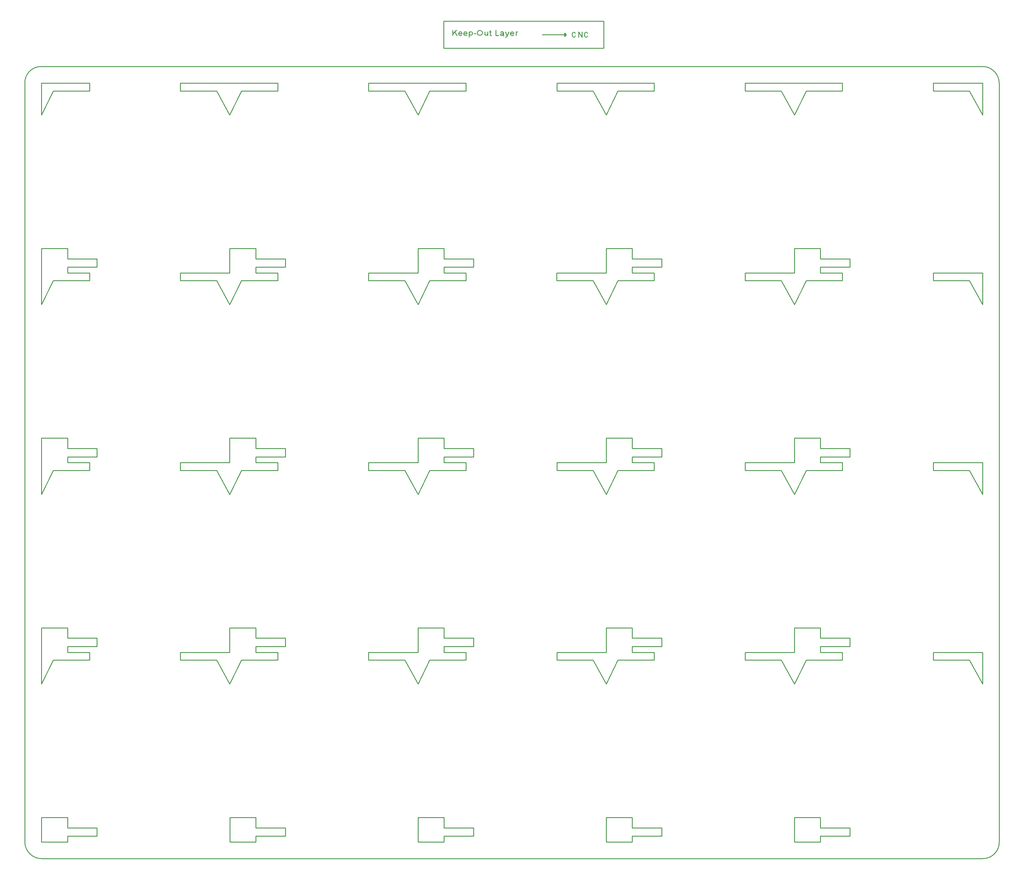
<source format=gko>
G04*
G04 #@! TF.GenerationSoftware,Altium Limited,Altium Designer,22.11.1 (43)*
G04*
G04 Layer_Color=16711935*
%FSTAX26Y26*%
%MOIN*%
G70*
G04*
G04 #@! TF.SameCoordinates,AA770BCE-04E6-4DAC-A3A7-18814E9E4FF3*
G04*
G04*
G04 #@! TF.FilePolarity,Positive*
G04*
G01*
G75*
%ADD65C,0.010000*%
%ADD113R,0.012842X0.017305*%
D65*
X11332017Y0898029D02*
G03*
X11132568Y09177147I-00199121J-00002276D01*
G01*
X-00197781Y-00000001D02*
G03*
X00003624Y-00196852I00199128J00002276D01*
G01*
X04974998Y09567636D02*
G03*
X04959998Y09587636I-000175J000025D01*
G01*
Y09587636D02*
G03*
X04934998Y09567636I-000025J-000225D01*
G01*
X04934998D02*
G03*
X04973506Y09549128I000225J-000025D01*
G01*
X04994998Y09567636D02*
G03*
X05033506Y09549128I000225J-000025D01*
G01*
X05019998Y09587636D02*
G03*
X04994998Y09567636I-000025J-000225D01*
G01*
X05034998D02*
G03*
X05019998Y09587636I-000175J000025D01*
G01*
X05059998Y09562637D02*
G03*
X05059998Y095723I00020168J00004832D01*
G01*
X05216856Y09574268D02*
G03*
X05216856Y09574268I-0003J0D01*
G01*
X05244998Y09552636D02*
G03*
X05279998Y09560565I00015J00015D01*
G01*
X05309998Y09547636D02*
G03*
X05324998Y09542636I0001J00005D01*
G01*
X05506463Y09529101D02*
G03*
X05509998Y09537636I-00008536J00008536D01*
G01*
X05490856Y09522636D02*
G03*
X05506463Y09529101I0J00022071D01*
G01*
X05444998Y09587636D02*
G03*
X05434998Y09577636I0J-0001D01*
G01*
X05464998D02*
G03*
X05454998Y09587636I-0001J0D01*
G01*
X05464998Y09542636D02*
G03*
X05469998Y09537636I00005J0D01*
G01*
X05429998Y09552636D02*
G03*
X05439998Y09542636I0001J0D01*
G01*
Y09562636D02*
G03*
X05429998Y09552636I0J-0001D01*
G01*
X05449998Y09562636D02*
G03*
X05464998Y09577636I0J00015D01*
G01*
X05446672Y09542636D02*
G03*
X05462498Y09558463I0J00015826D01*
G01*
X05587369Y09566447D02*
G03*
X05572369Y09586447I-000175J000025D01*
G01*
Y09586447D02*
G03*
X05547369Y09566447I-000025J-000225D01*
G01*
X05547369D02*
G03*
X05585877Y09547939I000225J-000025D01*
G01*
X05632985Y09585162D02*
G03*
X05614998Y0957661I-0000696J-00008552D01*
G01*
X06314998Y09567636D02*
G03*
X06299998Y09582636I-00015J0D01*
G01*
X06279998Y09542636D02*
G03*
X06299998Y09522636I0002J0D01*
G01*
D02*
G03*
X06314998Y09537636I0J00015D01*
G01*
X06299998Y09582636D02*
G03*
X06279998Y09562636I0J-0002D01*
G01*
X06424998Y09542636D02*
G03*
X06444998Y09522636I0002J0D01*
G01*
D02*
G03*
X06459998Y09537636I0J00015D01*
G01*
X06444998Y09582636D02*
G03*
X06424998Y09562636I0J-0002D01*
G01*
X06459998Y09567636D02*
G03*
X06444998Y09582636I-00015J0D01*
G01*
X1113501Y-00196513D02*
G03*
X11332721Y00000321I00004122J00193572D01*
G01*
X-00007454Y09176852D02*
G03*
X-00197782Y08980002I00003261J-00193589D01*
G01*
X10551006Y02244848D02*
X11135053Y02244842D01*
X11135006Y01869848D02*
X11135053Y02244842D01*
X10980006Y02152848D02*
X11135006Y01869848D01*
X10551006Y02152848D02*
X10980006D01*
X10551006D02*
Y02244848D01*
X10551005Y04489691D02*
X11135052Y04489685D01*
X11135005Y04114691D02*
X11135052Y04489685D01*
X10980005Y04397691D02*
X11135005Y04114691D01*
X10551005Y04397691D02*
X10980005D01*
X10551005D02*
Y04489691D01*
X10551004Y06734533D02*
X1113505Y06734528D01*
X11135004Y06359533D02*
X1113505Y06734528D01*
X10980004Y06642533D02*
X11135004Y06359533D01*
X10551004Y06642533D02*
X10980004D01*
X10551004D02*
Y06734533D01*
X10551003Y08887376D02*
Y08979376D01*
Y08887376D02*
X10980003D01*
X11135002Y08604376D01*
X11135049Y0897937D01*
X10551003Y08979376D02*
X11135049Y0897937D01*
X08324022Y08979376D02*
X09476022D01*
Y08887376D02*
Y08979376D01*
X09047163Y08887376D02*
X09476022D01*
X08908022Y08604376D02*
X09047163Y08887376D01*
X08753022D02*
X08908022Y08604376D01*
X08324022Y08887376D02*
X08753022D01*
X08324022D02*
Y08979376D01*
X06097011Y08979376D02*
X07249012D01*
Y08887376D02*
Y08979376D01*
X06820153Y08887376D02*
X07249012D01*
X06681011Y08604376D02*
X06820153Y08887376D01*
X06526011D02*
X06681011Y08604376D01*
X06097011Y08887376D02*
X06526011D01*
X06097011D02*
Y08979376D01*
X03870001Y08979376D02*
X05022002D01*
Y08887376D02*
Y08979376D01*
X04593142Y08887376D02*
X05022002D01*
X04454001Y08604376D02*
X04593142Y08887376D01*
X04299001D02*
X04454001Y08604376D01*
X03870001Y08887376D02*
X04299001D01*
X03870001D02*
Y08979376D01*
X01643001Y08887376D02*
Y08979376D01*
Y08887376D02*
X02072001D01*
X02227Y08604376D01*
X02366142Y08887376D01*
X02795001D01*
Y08979376D01*
X01643001D02*
X02795001D01*
X-00000001Y07023372D02*
X00307999D01*
Y06901592D02*
Y07023372D01*
Y06901592D02*
X00656999D01*
Y06803151D02*
Y06901592D01*
X00307999Y06803151D02*
X00656999D01*
X00307999Y06734528D02*
Y06803151D01*
Y06734528D02*
X00567999D01*
Y06642528D02*
Y06734528D01*
X0013914Y06642528D02*
X00567999D01*
X-00000001Y06359528D02*
X0013914Y06642528D01*
X-00000001Y06359528D02*
X-00000001Y07023372D01*
X-00000001Y0477853D02*
X00307999D01*
Y0465675D02*
Y0477853D01*
Y0465675D02*
X00656999D01*
Y04558309D02*
Y0465675D01*
X00307999Y04558309D02*
X00656999D01*
X00307999Y04489686D02*
Y04558309D01*
Y04489686D02*
X00567999D01*
Y04397686D02*
Y04489686D01*
X0013914Y04397686D02*
X00567999D01*
X-00000002Y04114686D02*
X0013914Y04397686D01*
X-00000002Y04114686D02*
X-00000001Y0477853D01*
X0Y01869844D02*
X00000001Y02533688D01*
X0Y01869844D02*
X00139141Y02152844D01*
X00568D01*
Y02244844D01*
X00308D02*
X00568D01*
X00308D02*
Y02313467D01*
X00657D01*
Y02411908D01*
X00308D02*
X00657D01*
X00308D02*
Y02533688D01*
X00000001D02*
X00308D01*
X08324022Y02244844D02*
X08908031Y02244842D01*
X08908022Y02533688D02*
X08908031Y02244842D01*
X08908022Y02533688D02*
X09216022D01*
Y02411908D02*
Y02533688D01*
Y02411908D02*
X09565022D01*
Y02313467D02*
Y02411908D01*
X09216022Y02313467D02*
X09565022D01*
X09216022Y02244844D02*
Y02313467D01*
Y02244844D02*
X09476022D01*
Y02152844D02*
Y02244844D01*
X09047163Y02152844D02*
X09476022D01*
X08908022Y01869844D02*
X09047163Y02152844D01*
X08753022D02*
X08908022Y01869844D01*
X08324022Y02152844D02*
X08753022D01*
X08324022D02*
Y02244844D01*
X08324021Y04489687D02*
X08908029Y04489685D01*
X08908021Y04778531D02*
X08908029Y04489685D01*
X08908021Y04778531D02*
X09216021D01*
Y04656751D02*
Y04778531D01*
Y04656751D02*
X09565021D01*
Y0455831D02*
Y04656751D01*
X09216021Y0455831D02*
X09565021D01*
X09216021Y04489687D02*
Y0455831D01*
Y04489687D02*
X09476021D01*
Y04397687D02*
Y04489687D01*
X09047162Y04397687D02*
X09476021D01*
X08908021Y04114687D02*
X09047162Y04397687D01*
X08753021D02*
X08908021Y04114687D01*
X08324021Y04397687D02*
X08753021D01*
X08324021D02*
Y04489687D01*
X08324019Y06734529D02*
X08908028Y06734527D01*
X0890802Y07023373D02*
X08908028Y06734527D01*
X0890802Y07023373D02*
X0921602D01*
Y06901593D02*
Y07023373D01*
Y06901593D02*
X0956502D01*
Y06803152D02*
Y06901593D01*
X0921602Y06803152D02*
X0956502D01*
X0921602Y06734529D02*
Y06803152D01*
Y06734529D02*
X0947602D01*
Y06642529D02*
Y06734529D01*
X09047161Y06642529D02*
X0947602D01*
X08908019Y06359529D02*
X09047161Y06642529D01*
X08753019D02*
X08908019Y06359529D01*
X08324019Y06642529D02*
X08753019D01*
X08324019D02*
Y06734529D01*
X06097011Y02244844D02*
X0668102Y02244842D01*
X06681012Y02533688D02*
X0668102Y02244842D01*
X06681012Y02533688D02*
X06989012D01*
Y02411908D02*
Y02533688D01*
Y02411908D02*
X07338012D01*
Y02313467D02*
Y02411908D01*
X06989012Y02313467D02*
X07338012D01*
X06989012Y02244844D02*
Y02313467D01*
Y02244844D02*
X07249012D01*
Y02152844D02*
Y02244844D01*
X06820153Y02152844D02*
X07249012D01*
X06681011Y01869844D02*
X06820153Y02152844D01*
X06526011D02*
X06681011Y01869844D01*
X06097011Y02152844D02*
X06526011D01*
X06097011D02*
Y02244844D01*
X0609701Y04489686D02*
X06681019Y04489685D01*
X06681011Y0477853D02*
X06681019Y04489685D01*
X06681011Y0477853D02*
X06989011D01*
Y0465675D02*
Y0477853D01*
Y0465675D02*
X07338011D01*
Y04558309D02*
Y0465675D01*
X06989011Y04558309D02*
X07338011D01*
X06989011Y04489686D02*
Y04558309D01*
Y04489686D02*
X07249011D01*
Y04397686D02*
Y04489686D01*
X06820152Y04397686D02*
X07249011D01*
X0668101Y04114686D02*
X06820152Y04397686D01*
X0652601D02*
X0668101Y04114686D01*
X0609701Y04397686D02*
X0652601D01*
X0609701D02*
Y04489686D01*
X06097009Y06734529D02*
X06681018Y06734527D01*
X0668101Y07023373D02*
X06681018Y06734527D01*
X0668101Y07023373D02*
X0698901D01*
Y06901593D02*
Y07023373D01*
Y06901593D02*
X0733801D01*
Y06803151D02*
Y06901593D01*
X0698901Y06803151D02*
X0733801D01*
X0698901Y06734529D02*
Y06803151D01*
Y06734529D02*
X0724901D01*
Y06642529D02*
Y06734529D01*
X0682015Y06642529D02*
X0724901D01*
X06681009Y06359529D02*
X0682015Y06642529D01*
X06526009D02*
X06681009Y06359529D01*
X06097009Y06642529D02*
X06526009D01*
X06097009D02*
Y06734529D01*
X03870011Y02244844D02*
X0445402Y02244842D01*
X04454011Y02533688D02*
X0445402Y02244842D01*
X04454011Y02533688D02*
X04762011D01*
Y02411908D02*
Y02533688D01*
Y02411908D02*
X05111011D01*
Y02313467D02*
Y02411908D01*
X04762011Y02313467D02*
X05111011D01*
X04762011Y02244844D02*
Y02313467D01*
Y02244844D02*
X05022011D01*
Y02152844D02*
Y02244844D01*
X04593152Y02152844D02*
X05022011D01*
X04454011Y01869844D02*
X04593152Y02152844D01*
X04299011D02*
X04454011Y01869844D01*
X03870011Y02152844D02*
X04299011D01*
X03870011D02*
Y02244844D01*
X0387001Y04489686D02*
X04454018Y04489685D01*
X0445401Y0477853D02*
X04454018Y04489685D01*
X0445401Y0477853D02*
X0476201D01*
Y0465675D02*
Y0477853D01*
Y0465675D02*
X0511101D01*
Y04558309D02*
Y0465675D01*
X0476201Y04558309D02*
X0511101D01*
X0476201Y04489686D02*
Y04558309D01*
Y04489686D02*
X0502201D01*
Y04397686D02*
Y04489686D01*
X04593151Y04397686D02*
X0502201D01*
X0445401Y04114686D02*
X04593151Y04397686D01*
X0429901D02*
X0445401Y04114686D01*
X0387001Y04397686D02*
X0429901D01*
X0387001D02*
Y04489686D01*
X03870008Y06734529D02*
X04454017Y06734527D01*
X04454009Y07023372D02*
X04454017Y06734527D01*
X04454009Y07023372D02*
X04762009D01*
Y06901592D02*
Y07023372D01*
Y06901592D02*
X05111009D01*
Y06803151D02*
Y06901592D01*
X04762009Y06803151D02*
X05111009D01*
X04762009Y06734529D02*
Y06803151D01*
Y06734529D02*
X05022009D01*
Y06642529D02*
Y06734529D01*
X0459315Y06642529D02*
X05022009D01*
X04454008Y06359529D02*
X0459315Y06642529D01*
X04299008D02*
X04454008Y06359529D01*
X03870008Y06642529D02*
X04299008D01*
X03870008D02*
Y06734529D01*
X01642998Y06734528D02*
X02227006Y06734527D01*
X02226998Y07023372D02*
X02227006Y06734527D01*
X02226998Y07023372D02*
X02534998D01*
Y06901592D02*
Y07023372D01*
Y06901592D02*
X02883998D01*
Y06803151D02*
Y06901592D01*
X02534998Y06803151D02*
X02883998D01*
X02534998Y06734528D02*
Y06803151D01*
Y06734528D02*
X02794998D01*
Y06642528D02*
Y06734528D01*
X02366139Y06642528D02*
X02794998D01*
X02226997Y06359528D02*
X02366139Y06642528D01*
X02071998D02*
X02226997Y06359528D01*
X01642998Y06642528D02*
X02071998D01*
X01642998D02*
Y06734528D01*
X01642999Y04489686D02*
X02227008Y04489685D01*
X02227Y0477853D02*
X02227008Y04489685D01*
X02227Y0477853D02*
X02534999D01*
Y0465675D02*
Y0477853D01*
Y0465675D02*
X02883999D01*
Y04558309D02*
Y0465675D01*
X02534999Y04558309D02*
X02883999D01*
X02534999Y04489686D02*
Y04558309D01*
Y04489686D02*
X02794999D01*
Y04397686D02*
Y04489686D01*
X0236614Y04397686D02*
X02794999D01*
X02226999Y04114686D02*
X0236614Y04397686D01*
X02071999D02*
X02226999Y04114686D01*
X01642999Y04397686D02*
X02071999D01*
X01642999D02*
Y04489686D01*
X01643001Y02152844D02*
Y02244844D01*
Y02152844D02*
X02072001D01*
X02227Y01869844D01*
X02366142Y02152844D01*
X02795001D01*
Y02244844D01*
X02535001D02*
X02795001D01*
X02535001D02*
Y02313467D01*
X02884001D01*
Y02411908D01*
X02535001D02*
X02884001D01*
X02535001D02*
Y02533688D01*
X02227001D02*
X02535001D01*
X02227001D02*
X02227009Y02244842D01*
X01643001Y02244844D02*
X02227009Y02244842D01*
X-00000006Y08604371D02*
X-00000004D01*
X-00000006D02*
Y08979369D01*
X00567996D01*
Y08979371D01*
Y08887371D02*
Y08979371D01*
X00139137Y08887371D02*
X00567996D01*
X-00000006Y08604371D02*
X00139137Y08887371D01*
X08908032Y0D02*
Y00288844D01*
X08908032D01*
X09216032D01*
Y00167064D02*
Y00288844D01*
Y00167064D02*
X09565032D01*
Y00068623D02*
Y00167064D01*
X09216032Y00068623D02*
X09565032D01*
X09216032Y0D02*
Y00068623D01*
X08908032Y0D02*
X09216032D01*
X06681021D02*
Y00288844D01*
X06681022D01*
X06989022D01*
Y00167064D02*
Y00288844D01*
Y00167064D02*
X07338022D01*
Y00068623D02*
Y00167064D01*
X06989022Y00068623D02*
X07338022D01*
X06989022Y0D02*
Y00068623D01*
X06681021Y0D02*
X06989022D01*
X04454011D02*
X04762011D01*
Y00068623D01*
X05111011D01*
Y00167064D01*
X04762011D02*
X05111011D01*
X04762011D02*
Y00288844D01*
X04454011D02*
X04762011D01*
X04454011D02*
X04454011D01*
X04454011Y0D02*
Y00288844D01*
X0222701Y0D02*
X02535011D01*
Y00068623D01*
X02884011D01*
Y00167064D01*
X02535011D02*
X02884011D01*
X02535011D02*
Y00288844D01*
X02227011D02*
X02535011D01*
X0222701D02*
X02227011D01*
X0222701Y0D02*
Y00288844D01*
X0Y0D02*
Y00288844D01*
X00000001D01*
X00308D01*
Y00167064D02*
Y00288844D01*
Y00167064D02*
X00657D01*
Y00068623D02*
Y00167064D01*
X00308Y00068623D02*
X00657D01*
X00308Y0D02*
Y00068623D01*
X0Y0D02*
X00308D01*
X11332253Y0898029D02*
X11332265Y00000321D01*
X-00007454Y09176854D02*
X1113505Y09176856D01*
X00003624Y-00196852D02*
X1113501D01*
X05924998Y09554944D02*
X06189998D01*
Y09574944D01*
Y09534958D02*
Y09574944D01*
Y09534958D02*
X06209998Y09554944D01*
X06189998Y09574944D02*
X06209998Y09554944D01*
X04864998Y09542636D02*
Y09607636D01*
Y09542636D02*
Y09563316D01*
X04909998Y09607636D01*
X04887498Y09585476D02*
X04909998Y09607636D01*
X04887498Y09585476D02*
X04914998Y09542636D01*
X05119998Y09567636D02*
X05139998D01*
X04934998D02*
X04974998D01*
X04994998D02*
X05034998D01*
X05059998Y09522636D02*
Y09587636D01*
X05244998Y09552636D02*
Y09587636D01*
X05279998Y09542636D02*
Y09587636D01*
X05299998D02*
X05319998D01*
X05309998Y09547636D02*
Y09602636D01*
X05374998Y09542636D02*
Y09607636D01*
Y09542636D02*
X05409998D01*
X05489998Y09587636D02*
X05509998Y09537636D01*
X05529998Y09587636D01*
X05444998D02*
X05454998D01*
X05464998Y09542636D02*
Y09577636D01*
X05439998Y09542636D02*
X05446672D01*
X05439998Y09562636D02*
X05449998D01*
X05547369Y09566447D02*
X05587369D01*
X05614998Y09542636D02*
Y09587636D01*
X06279998Y09542636D02*
Y09562636D01*
X06354998Y09522636D02*
Y09587636D01*
X06394998Y09522636D01*
Y09587636D01*
X06424998Y09542636D02*
Y09562636D01*
X-00197786Y08980002D02*
X-00197781Y00000001D01*
X04759998Y09394944D02*
Y09712636D01*
X06651909Y09394944D02*
Y09712636D01*
X04759998D02*
X06651909D01*
X04759998Y09394944D02*
X06651909D01*
D113*
X06196419Y09556291D02*
D03*
M02*

</source>
